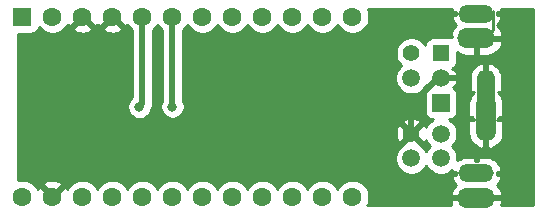
<source format=gbr>
G04 #@! TF.GenerationSoftware,KiCad,Pcbnew,(5.1.0-0)*
G04 #@! TF.CreationDate,2019-03-25T02:14:44+01:00*
G04 #@! TF.ProjectId,adapter,61646170-7465-4722-9e6b-696361645f70,rev?*
G04 #@! TF.SameCoordinates,Original*
G04 #@! TF.FileFunction,Copper,L2,Bot*
G04 #@! TF.FilePolarity,Positive*
%FSLAX46Y46*%
G04 Gerber Fmt 4.6, Leading zero omitted, Abs format (unit mm)*
G04 Created by KiCad (PCBNEW (5.1.0-0)) date 2019-03-25 02:14:44*
%MOMM*%
%LPD*%
G04 APERTURE LIST*
%ADD10C,1.508000*%
%ADD11R,1.508000X1.508000*%
%ADD12O,3.200000X1.700000*%
%ADD13O,1.700000X4.000000*%
%ADD14C,1.408000*%
%ADD15O,1.500000X4.000000*%
%ADD16R,1.408000X1.408000*%
%ADD17O,3.000000X1.500000*%
%ADD18C,1.600000*%
%ADD19R,1.600000X1.600000*%
%ADD20C,0.800000*%
%ADD21C,0.500000*%
%ADD22C,0.250000*%
%ADD23C,0.254000*%
G04 APERTURE END LIST*
D10*
X81030000Y-49700000D03*
X78530000Y-51800000D03*
X81030000Y-51800000D03*
X81030000Y-45000000D03*
X78530000Y-45000000D03*
D11*
X81030000Y-47100000D03*
D12*
X84030000Y-55150000D03*
D13*
X84830000Y-48400000D03*
D12*
X84030000Y-41650000D03*
D14*
X78530000Y-49700000D03*
D15*
X84830000Y-46300000D03*
D14*
X78530000Y-42900000D03*
X81030000Y-49700000D03*
D16*
X81030000Y-42900000D03*
D17*
X84030000Y-53050000D03*
X84030000Y-39550000D03*
D18*
X45596000Y-55042000D03*
X48136000Y-55042000D03*
X50676000Y-55042000D03*
X53216000Y-55042000D03*
X55756000Y-55042000D03*
X58296000Y-55042000D03*
X60836000Y-55042000D03*
X63376000Y-55042000D03*
X65916000Y-55042000D03*
X68456000Y-55042000D03*
X70996000Y-55042000D03*
X73536000Y-55042000D03*
X73536000Y-39802000D03*
X70996000Y-39802000D03*
X68456000Y-39802000D03*
X65916000Y-39802000D03*
X63376000Y-39802000D03*
X60836000Y-39802000D03*
X58296000Y-39802000D03*
X55756000Y-39802000D03*
X53216000Y-39802000D03*
X50676000Y-39802000D03*
X48136000Y-39802000D03*
D19*
X45596000Y-39802000D03*
D20*
X58296000Y-47421800D03*
X55500000Y-47450000D03*
D21*
X78530000Y-48704394D02*
X78530000Y-49700000D01*
X78530000Y-47281998D02*
X78530000Y-48704394D01*
X80811998Y-45000000D02*
X78530000Y-47281998D01*
X81030000Y-45000000D02*
X80811998Y-45000000D01*
X81030000Y-45000000D02*
X83000000Y-45000000D01*
D22*
X85455060Y-40034644D02*
X85455060Y-39334644D01*
X84780000Y-41650000D02*
X85455060Y-40974940D01*
X85455060Y-40974940D02*
X85455060Y-40034644D01*
X84030000Y-41650000D02*
X84780000Y-41650000D01*
D21*
X58296000Y-39802000D02*
X58296000Y-47421800D01*
X55756000Y-47194000D02*
X55500000Y-47450000D01*
X55756000Y-39802000D02*
X55756000Y-47194000D01*
X55750000Y-55036000D02*
X55756000Y-55042000D01*
X58296000Y-55042000D02*
X58296000Y-54996000D01*
D23*
G36*
X81937682Y-39208815D02*
G01*
X82060344Y-39423000D01*
X82294950Y-39423000D01*
X82294950Y-39677000D01*
X82060344Y-39677000D01*
X81937682Y-39891185D01*
X81951827Y-39962684D01*
X82057858Y-40213868D01*
X82210855Y-40439540D01*
X82303293Y-40530742D01*
X82140143Y-40689748D01*
X81974709Y-40930574D01*
X81859437Y-41199047D01*
X81838524Y-41293110D01*
X81959844Y-41522998D01*
X81795000Y-41522998D01*
X81795000Y-41563936D01*
X81734000Y-41557928D01*
X80326000Y-41557928D01*
X80201518Y-41570188D01*
X80081820Y-41606498D01*
X79971506Y-41665463D01*
X79874815Y-41744815D01*
X79795463Y-41841506D01*
X79736498Y-41951820D01*
X79700188Y-42071518D01*
X79687928Y-42196000D01*
X79687928Y-42222825D01*
X79570069Y-42046437D01*
X79383563Y-41859931D01*
X79164254Y-41713393D01*
X78920572Y-41612457D01*
X78661880Y-41561000D01*
X78398120Y-41561000D01*
X78139428Y-41612457D01*
X77895746Y-41713393D01*
X77676437Y-41859931D01*
X77489931Y-42046437D01*
X77343393Y-42265746D01*
X77242457Y-42509428D01*
X77191000Y-42768120D01*
X77191000Y-43031880D01*
X77242457Y-43290572D01*
X77343393Y-43534254D01*
X77489931Y-43753563D01*
X77652295Y-43915927D01*
X77644564Y-43921093D01*
X77451093Y-44114564D01*
X77299084Y-44342062D01*
X77194378Y-44594844D01*
X77141000Y-44863195D01*
X77141000Y-45136805D01*
X77194378Y-45405156D01*
X77299084Y-45657938D01*
X77451093Y-45885436D01*
X77644564Y-46078907D01*
X77872062Y-46230916D01*
X78124844Y-46335622D01*
X78393195Y-46389000D01*
X78666805Y-46389000D01*
X78935156Y-46335622D01*
X79187938Y-46230916D01*
X79415436Y-46078907D01*
X79608907Y-45885436D01*
X79760916Y-45657938D01*
X79778322Y-45615916D01*
X79830873Y-45714235D01*
X80015564Y-45765187D01*
X79921506Y-45815463D01*
X79824815Y-45894815D01*
X79745463Y-45991506D01*
X79686498Y-46101820D01*
X79650188Y-46221518D01*
X79637928Y-46346000D01*
X79637928Y-47854000D01*
X79650188Y-47978482D01*
X79686498Y-48098180D01*
X79745463Y-48208494D01*
X79824815Y-48305185D01*
X79921506Y-48384537D01*
X80031820Y-48443502D01*
X80151518Y-48479812D01*
X80276000Y-48492072D01*
X80337658Y-48492072D01*
X80144564Y-48621093D01*
X79951093Y-48814564D01*
X79799084Y-49042062D01*
X79754535Y-49149613D01*
X79742724Y-49117236D01*
X79688305Y-49015423D01*
X79454128Y-48955477D01*
X78709605Y-49700000D01*
X79454128Y-50444523D01*
X79688305Y-50384577D01*
X79752758Y-50246097D01*
X79799084Y-50357938D01*
X79951093Y-50585436D01*
X80115657Y-50750000D01*
X79951093Y-50914564D01*
X79799084Y-51142062D01*
X79780000Y-51188135D01*
X79760916Y-51142062D01*
X79608907Y-50914564D01*
X79415436Y-50721093D01*
X79273909Y-50626528D01*
X79274523Y-50624128D01*
X78530000Y-49879605D01*
X77785477Y-50624128D01*
X77786091Y-50626528D01*
X77644564Y-50721093D01*
X77451093Y-50914564D01*
X77299084Y-51142062D01*
X77194378Y-51394844D01*
X77141000Y-51663195D01*
X77141000Y-51936805D01*
X77194378Y-52205156D01*
X77299084Y-52457938D01*
X77451093Y-52685436D01*
X77644564Y-52878907D01*
X77872062Y-53030916D01*
X78124844Y-53135622D01*
X78393195Y-53189000D01*
X78666805Y-53189000D01*
X78935156Y-53135622D01*
X79187938Y-53030916D01*
X79415436Y-52878907D01*
X79608907Y-52685436D01*
X79760916Y-52457938D01*
X79780000Y-52411865D01*
X79799084Y-52457938D01*
X79951093Y-52685436D01*
X80144564Y-52878907D01*
X80372062Y-53030916D01*
X80624844Y-53135622D01*
X80893195Y-53189000D01*
X81166805Y-53189000D01*
X81435156Y-53135622D01*
X81687938Y-53030916D01*
X81915436Y-52878907D01*
X81991520Y-52802823D01*
X82060344Y-52923000D01*
X82294950Y-52923000D01*
X82294950Y-53177000D01*
X82060344Y-53177000D01*
X81937682Y-53391185D01*
X81951827Y-53462684D01*
X82057858Y-53713868D01*
X82210855Y-53939540D01*
X82303293Y-54030742D01*
X82140143Y-54189748D01*
X81974709Y-54430574D01*
X81859437Y-54699047D01*
X81838524Y-54793110D01*
X81959845Y-55023000D01*
X83903000Y-55023000D01*
X83903000Y-55003000D01*
X84157000Y-55003000D01*
X84157000Y-55023000D01*
X86100155Y-55023000D01*
X86221476Y-54793110D01*
X86200563Y-54699047D01*
X86085291Y-54430574D01*
X85919857Y-54189748D01*
X85756707Y-54030742D01*
X85849145Y-53939540D01*
X86002142Y-53713868D01*
X86108173Y-53462684D01*
X86122318Y-53391185D01*
X85999656Y-53177000D01*
X85765050Y-53177000D01*
X85765050Y-52923000D01*
X85999656Y-52923000D01*
X86122318Y-52708815D01*
X86108173Y-52637316D01*
X86002142Y-52386132D01*
X85849145Y-52160460D01*
X85655061Y-51968972D01*
X85427349Y-51819028D01*
X85174760Y-51716389D01*
X84907000Y-51665000D01*
X84157000Y-51665000D01*
X84157000Y-52064950D01*
X83903000Y-52064950D01*
X83903000Y-51665000D01*
X83153000Y-51665000D01*
X82885240Y-51716389D01*
X82632651Y-51819028D01*
X82413757Y-51963166D01*
X82419000Y-51936805D01*
X82419000Y-51663195D01*
X82365622Y-51394844D01*
X82260916Y-51142062D01*
X82108907Y-50914564D01*
X81944343Y-50750000D01*
X82108907Y-50585436D01*
X82260916Y-50357938D01*
X82365622Y-50105156D01*
X82419000Y-49836805D01*
X82419000Y-49563195D01*
X82365622Y-49294844D01*
X82260916Y-49042062D01*
X82108907Y-48814564D01*
X81915436Y-48621093D01*
X81722342Y-48492072D01*
X81784000Y-48492072D01*
X81908482Y-48479812D01*
X82028180Y-48443502D01*
X82138494Y-48384537D01*
X82235185Y-48305185D01*
X82314537Y-48208494D01*
X82373502Y-48098180D01*
X82409812Y-47978482D01*
X82422072Y-47854000D01*
X82422072Y-47123000D01*
X83345000Y-47123000D01*
X83345000Y-48273000D01*
X83648843Y-48273000D01*
X83748972Y-48425061D01*
X83849547Y-48527000D01*
X83345000Y-48527000D01*
X83345000Y-49677000D01*
X83398310Y-49964269D01*
X83506639Y-50235618D01*
X83665824Y-50480619D01*
X83869748Y-50689857D01*
X84110574Y-50855291D01*
X84379047Y-50970563D01*
X84473110Y-50991476D01*
X84703000Y-50870155D01*
X84703000Y-48253000D01*
X84957000Y-48253000D01*
X84957000Y-50870155D01*
X85186890Y-50991476D01*
X85280953Y-50970563D01*
X85549426Y-50855291D01*
X85790252Y-50689857D01*
X85994176Y-50480619D01*
X86153361Y-50235618D01*
X86261690Y-49964269D01*
X86315000Y-49677000D01*
X86315000Y-48527000D01*
X85810453Y-48527000D01*
X85911028Y-48425061D01*
X86011157Y-48273000D01*
X86315000Y-48273000D01*
X86315000Y-47123000D01*
X86261690Y-46835731D01*
X86215000Y-46718779D01*
X86215000Y-46427000D01*
X86064100Y-46427000D01*
X85994176Y-46319381D01*
X85851513Y-46173000D01*
X86215000Y-46173000D01*
X86215000Y-44923000D01*
X86163611Y-44655240D01*
X86060972Y-44402651D01*
X85911028Y-44174939D01*
X85719540Y-43980855D01*
X85493868Y-43827858D01*
X85242684Y-43721827D01*
X85171185Y-43707682D01*
X84957000Y-43830344D01*
X84957000Y-44564950D01*
X84703000Y-44564950D01*
X84703000Y-43830344D01*
X84488815Y-43707682D01*
X84417316Y-43721827D01*
X84166132Y-43827858D01*
X83940460Y-43980855D01*
X83748972Y-44174939D01*
X83599028Y-44402651D01*
X83496389Y-44655240D01*
X83445000Y-44923000D01*
X83445000Y-46173000D01*
X83808487Y-46173000D01*
X83665824Y-46319381D01*
X83595900Y-46427000D01*
X83445000Y-46427000D01*
X83445000Y-46718779D01*
X83398310Y-46835731D01*
X83345000Y-47123000D01*
X82422072Y-47123000D01*
X82422072Y-46346000D01*
X82409812Y-46221518D01*
X82373502Y-46101820D01*
X82314537Y-45991506D01*
X82235185Y-45894815D01*
X82138494Y-45815463D01*
X82044436Y-45765187D01*
X82229127Y-45714235D01*
X82345426Y-45466574D01*
X82411174Y-45200982D01*
X82423845Y-44927666D01*
X82382951Y-44657130D01*
X82290063Y-44399771D01*
X82229127Y-44285765D01*
X81989853Y-44219755D01*
X82059657Y-44149951D01*
X82088494Y-44134537D01*
X82185185Y-44055185D01*
X82264537Y-43958494D01*
X82323502Y-43848180D01*
X82359812Y-43728482D01*
X82372072Y-43604000D01*
X82372072Y-42828919D01*
X82594382Y-42973361D01*
X82865731Y-43081690D01*
X83153000Y-43135000D01*
X83903000Y-43135000D01*
X83903000Y-41777000D01*
X84157000Y-41777000D01*
X84157000Y-43135000D01*
X84907000Y-43135000D01*
X85194269Y-43081690D01*
X85465618Y-42973361D01*
X85710619Y-42814176D01*
X85919857Y-42610252D01*
X86085291Y-42369426D01*
X86200563Y-42100953D01*
X86221476Y-42006890D01*
X86100155Y-41777000D01*
X84157000Y-41777000D01*
X83903000Y-41777000D01*
X83883000Y-41777000D01*
X83883000Y-41523000D01*
X83903000Y-41523000D01*
X83903000Y-41503000D01*
X84157000Y-41503000D01*
X84157000Y-41523000D01*
X86100155Y-41523000D01*
X86221476Y-41293110D01*
X86200563Y-41199047D01*
X86085291Y-40930574D01*
X85919857Y-40689748D01*
X85756707Y-40530742D01*
X85849145Y-40439540D01*
X86002142Y-40213868D01*
X86108173Y-39962684D01*
X86122318Y-39891185D01*
X85999656Y-39677000D01*
X85765050Y-39677000D01*
X85765050Y-39423000D01*
X85999656Y-39423000D01*
X86122318Y-39208815D01*
X86108902Y-39141000D01*
X88840000Y-39141000D01*
X88840001Y-55728000D01*
X86146014Y-55728000D01*
X86200563Y-55600953D01*
X86221476Y-55506890D01*
X86100155Y-55277000D01*
X84157000Y-55277000D01*
X84157000Y-55297000D01*
X83903000Y-55297000D01*
X83903000Y-55277000D01*
X81959845Y-55277000D01*
X81838524Y-55506890D01*
X81859437Y-55600953D01*
X81913986Y-55728000D01*
X74803489Y-55728000D01*
X74807680Y-55721727D01*
X74915853Y-55460574D01*
X74971000Y-55183335D01*
X74971000Y-54900665D01*
X74915853Y-54623426D01*
X74807680Y-54362273D01*
X74650637Y-54127241D01*
X74450759Y-53927363D01*
X74215727Y-53770320D01*
X73954574Y-53662147D01*
X73677335Y-53607000D01*
X73394665Y-53607000D01*
X73117426Y-53662147D01*
X72856273Y-53770320D01*
X72621241Y-53927363D01*
X72421363Y-54127241D01*
X72266000Y-54359759D01*
X72110637Y-54127241D01*
X71910759Y-53927363D01*
X71675727Y-53770320D01*
X71414574Y-53662147D01*
X71137335Y-53607000D01*
X70854665Y-53607000D01*
X70577426Y-53662147D01*
X70316273Y-53770320D01*
X70081241Y-53927363D01*
X69881363Y-54127241D01*
X69726000Y-54359759D01*
X69570637Y-54127241D01*
X69370759Y-53927363D01*
X69135727Y-53770320D01*
X68874574Y-53662147D01*
X68597335Y-53607000D01*
X68314665Y-53607000D01*
X68037426Y-53662147D01*
X67776273Y-53770320D01*
X67541241Y-53927363D01*
X67341363Y-54127241D01*
X67186000Y-54359759D01*
X67030637Y-54127241D01*
X66830759Y-53927363D01*
X66595727Y-53770320D01*
X66334574Y-53662147D01*
X66057335Y-53607000D01*
X65774665Y-53607000D01*
X65497426Y-53662147D01*
X65236273Y-53770320D01*
X65001241Y-53927363D01*
X64801363Y-54127241D01*
X64646000Y-54359759D01*
X64490637Y-54127241D01*
X64290759Y-53927363D01*
X64055727Y-53770320D01*
X63794574Y-53662147D01*
X63517335Y-53607000D01*
X63234665Y-53607000D01*
X62957426Y-53662147D01*
X62696273Y-53770320D01*
X62461241Y-53927363D01*
X62261363Y-54127241D01*
X62106000Y-54359759D01*
X61950637Y-54127241D01*
X61750759Y-53927363D01*
X61515727Y-53770320D01*
X61254574Y-53662147D01*
X60977335Y-53607000D01*
X60694665Y-53607000D01*
X60417426Y-53662147D01*
X60156273Y-53770320D01*
X59921241Y-53927363D01*
X59721363Y-54127241D01*
X59566000Y-54359759D01*
X59410637Y-54127241D01*
X59210759Y-53927363D01*
X58975727Y-53770320D01*
X58714574Y-53662147D01*
X58437335Y-53607000D01*
X58154665Y-53607000D01*
X57877426Y-53662147D01*
X57616273Y-53770320D01*
X57381241Y-53927363D01*
X57181363Y-54127241D01*
X57026000Y-54359759D01*
X56870637Y-54127241D01*
X56670759Y-53927363D01*
X56435727Y-53770320D01*
X56174574Y-53662147D01*
X55897335Y-53607000D01*
X55614665Y-53607000D01*
X55337426Y-53662147D01*
X55076273Y-53770320D01*
X54841241Y-53927363D01*
X54641363Y-54127241D01*
X54486000Y-54359759D01*
X54330637Y-54127241D01*
X54130759Y-53927363D01*
X53895727Y-53770320D01*
X53634574Y-53662147D01*
X53357335Y-53607000D01*
X53074665Y-53607000D01*
X52797426Y-53662147D01*
X52536273Y-53770320D01*
X52301241Y-53927363D01*
X52101363Y-54127241D01*
X51946000Y-54359759D01*
X51790637Y-54127241D01*
X51590759Y-53927363D01*
X51355727Y-53770320D01*
X51094574Y-53662147D01*
X50817335Y-53607000D01*
X50534665Y-53607000D01*
X50257426Y-53662147D01*
X49996273Y-53770320D01*
X49761241Y-53927363D01*
X49561363Y-54127241D01*
X49405085Y-54361128D01*
X49372671Y-54300486D01*
X49128702Y-54228903D01*
X48315605Y-55042000D01*
X48329748Y-55056143D01*
X48150143Y-55235748D01*
X48136000Y-55221605D01*
X48121858Y-55235748D01*
X47942253Y-55056143D01*
X47956395Y-55042000D01*
X47143298Y-54228903D01*
X46899329Y-54300486D01*
X46868806Y-54364992D01*
X46867680Y-54362273D01*
X46710637Y-54127241D01*
X46632694Y-54049298D01*
X47322903Y-54049298D01*
X48136000Y-54862395D01*
X48949097Y-54049298D01*
X48877514Y-53805329D01*
X48622004Y-53684429D01*
X48347816Y-53615700D01*
X48065488Y-53601783D01*
X47785870Y-53643213D01*
X47519708Y-53738397D01*
X47394486Y-53805329D01*
X47322903Y-54049298D01*
X46632694Y-54049298D01*
X46510759Y-53927363D01*
X46275727Y-53770320D01*
X46014574Y-53662147D01*
X45737335Y-53607000D01*
X45454665Y-53607000D01*
X45177426Y-53662147D01*
X45177000Y-53662323D01*
X45177000Y-49774314D01*
X77186575Y-49774314D01*
X77226886Y-50034976D01*
X77317276Y-50282764D01*
X77371695Y-50384577D01*
X77605872Y-50444523D01*
X78350395Y-49700000D01*
X77605872Y-48955477D01*
X77371695Y-49015423D01*
X77260398Y-49254551D01*
X77197891Y-49510797D01*
X77186575Y-49774314D01*
X45177000Y-49774314D01*
X45177000Y-48775872D01*
X77785477Y-48775872D01*
X78530000Y-49520395D01*
X79274523Y-48775872D01*
X79214577Y-48541695D01*
X78975449Y-48430398D01*
X78719203Y-48367891D01*
X78455686Y-48356575D01*
X78195024Y-48396886D01*
X77947236Y-48487276D01*
X77845423Y-48541695D01*
X77785477Y-48775872D01*
X45177000Y-48775872D01*
X45177000Y-41240072D01*
X46396000Y-41240072D01*
X46520482Y-41227812D01*
X46640180Y-41191502D01*
X46750494Y-41132537D01*
X46847185Y-41053185D01*
X46926537Y-40956494D01*
X46985502Y-40846180D01*
X47021812Y-40726482D01*
X47022643Y-40718039D01*
X47221241Y-40916637D01*
X47456273Y-41073680D01*
X47717426Y-41181853D01*
X47994665Y-41237000D01*
X48277335Y-41237000D01*
X48554574Y-41181853D01*
X48815727Y-41073680D01*
X49050759Y-40916637D01*
X49172694Y-40794702D01*
X49862903Y-40794702D01*
X49934486Y-41038671D01*
X50189996Y-41159571D01*
X50464184Y-41228300D01*
X50746512Y-41242217D01*
X51026130Y-41200787D01*
X51292292Y-41105603D01*
X51417514Y-41038671D01*
X51489097Y-40794702D01*
X52402903Y-40794702D01*
X52474486Y-41038671D01*
X52729996Y-41159571D01*
X53004184Y-41228300D01*
X53286512Y-41242217D01*
X53566130Y-41200787D01*
X53832292Y-41105603D01*
X53957514Y-41038671D01*
X54029097Y-40794702D01*
X53216000Y-39981605D01*
X52402903Y-40794702D01*
X51489097Y-40794702D01*
X50676000Y-39981605D01*
X49862903Y-40794702D01*
X49172694Y-40794702D01*
X49250637Y-40716759D01*
X49406915Y-40482872D01*
X49439329Y-40543514D01*
X49683298Y-40615097D01*
X50496395Y-39802000D01*
X50482253Y-39787858D01*
X50661858Y-39608253D01*
X50676000Y-39622395D01*
X50690143Y-39608253D01*
X50869748Y-39787858D01*
X50855605Y-39802000D01*
X51668702Y-40615097D01*
X51912671Y-40543514D01*
X51943971Y-40477364D01*
X51979329Y-40543514D01*
X52223298Y-40615097D01*
X53036395Y-39802000D01*
X53022253Y-39787858D01*
X53201858Y-39608253D01*
X53216000Y-39622395D01*
X53230143Y-39608253D01*
X53409748Y-39787858D01*
X53395605Y-39802000D01*
X54208702Y-40615097D01*
X54452671Y-40543514D01*
X54483194Y-40479008D01*
X54484320Y-40481727D01*
X54641363Y-40716759D01*
X54841241Y-40916637D01*
X54871000Y-40936521D01*
X54871001Y-46625500D01*
X54840226Y-46646063D01*
X54696063Y-46790226D01*
X54582795Y-46959744D01*
X54504774Y-47148102D01*
X54465000Y-47348061D01*
X54465000Y-47551939D01*
X54504774Y-47751898D01*
X54582795Y-47940256D01*
X54696063Y-48109774D01*
X54840226Y-48253937D01*
X55009744Y-48367205D01*
X55198102Y-48445226D01*
X55398061Y-48485000D01*
X55601939Y-48485000D01*
X55801898Y-48445226D01*
X55990256Y-48367205D01*
X56159774Y-48253937D01*
X56303937Y-48109774D01*
X56417205Y-47940256D01*
X56495226Y-47751898D01*
X56515341Y-47650772D01*
X56577589Y-47534313D01*
X56628195Y-47367490D01*
X56641000Y-47237477D01*
X56641000Y-47237469D01*
X56645281Y-47194000D01*
X56641000Y-47150531D01*
X56641000Y-40936521D01*
X56670759Y-40916637D01*
X56870637Y-40716759D01*
X57026000Y-40484241D01*
X57181363Y-40716759D01*
X57381241Y-40916637D01*
X57411000Y-40936521D01*
X57411001Y-46883344D01*
X57378795Y-46931544D01*
X57300774Y-47119902D01*
X57261000Y-47319861D01*
X57261000Y-47523739D01*
X57300774Y-47723698D01*
X57378795Y-47912056D01*
X57492063Y-48081574D01*
X57636226Y-48225737D01*
X57805744Y-48339005D01*
X57994102Y-48417026D01*
X58194061Y-48456800D01*
X58397939Y-48456800D01*
X58597898Y-48417026D01*
X58786256Y-48339005D01*
X58955774Y-48225737D01*
X59099937Y-48081574D01*
X59213205Y-47912056D01*
X59291226Y-47723698D01*
X59331000Y-47523739D01*
X59331000Y-47319861D01*
X59291226Y-47119902D01*
X59213205Y-46931544D01*
X59181000Y-46883346D01*
X59181000Y-40936521D01*
X59210759Y-40916637D01*
X59410637Y-40716759D01*
X59566000Y-40484241D01*
X59721363Y-40716759D01*
X59921241Y-40916637D01*
X60156273Y-41073680D01*
X60417426Y-41181853D01*
X60694665Y-41237000D01*
X60977335Y-41237000D01*
X61254574Y-41181853D01*
X61515727Y-41073680D01*
X61750759Y-40916637D01*
X61950637Y-40716759D01*
X62106000Y-40484241D01*
X62261363Y-40716759D01*
X62461241Y-40916637D01*
X62696273Y-41073680D01*
X62957426Y-41181853D01*
X63234665Y-41237000D01*
X63517335Y-41237000D01*
X63794574Y-41181853D01*
X64055727Y-41073680D01*
X64290759Y-40916637D01*
X64490637Y-40716759D01*
X64646000Y-40484241D01*
X64801363Y-40716759D01*
X65001241Y-40916637D01*
X65236273Y-41073680D01*
X65497426Y-41181853D01*
X65774665Y-41237000D01*
X66057335Y-41237000D01*
X66334574Y-41181853D01*
X66595727Y-41073680D01*
X66830759Y-40916637D01*
X67030637Y-40716759D01*
X67186000Y-40484241D01*
X67341363Y-40716759D01*
X67541241Y-40916637D01*
X67776273Y-41073680D01*
X68037426Y-41181853D01*
X68314665Y-41237000D01*
X68597335Y-41237000D01*
X68874574Y-41181853D01*
X69135727Y-41073680D01*
X69370759Y-40916637D01*
X69570637Y-40716759D01*
X69726000Y-40484241D01*
X69881363Y-40716759D01*
X70081241Y-40916637D01*
X70316273Y-41073680D01*
X70577426Y-41181853D01*
X70854665Y-41237000D01*
X71137335Y-41237000D01*
X71414574Y-41181853D01*
X71675727Y-41073680D01*
X71910759Y-40916637D01*
X72110637Y-40716759D01*
X72266000Y-40484241D01*
X72421363Y-40716759D01*
X72621241Y-40916637D01*
X72856273Y-41073680D01*
X73117426Y-41181853D01*
X73394665Y-41237000D01*
X73677335Y-41237000D01*
X73954574Y-41181853D01*
X74215727Y-41073680D01*
X74450759Y-40916637D01*
X74650637Y-40716759D01*
X74807680Y-40481727D01*
X74915853Y-40220574D01*
X74971000Y-39943335D01*
X74971000Y-39660665D01*
X74915853Y-39383426D01*
X74815437Y-39141000D01*
X81951098Y-39141000D01*
X81937682Y-39208815D01*
X81937682Y-39208815D01*
G37*
X81937682Y-39208815D02*
X82060344Y-39423000D01*
X82294950Y-39423000D01*
X82294950Y-39677000D01*
X82060344Y-39677000D01*
X81937682Y-39891185D01*
X81951827Y-39962684D01*
X82057858Y-40213868D01*
X82210855Y-40439540D01*
X82303293Y-40530742D01*
X82140143Y-40689748D01*
X81974709Y-40930574D01*
X81859437Y-41199047D01*
X81838524Y-41293110D01*
X81959844Y-41522998D01*
X81795000Y-41522998D01*
X81795000Y-41563936D01*
X81734000Y-41557928D01*
X80326000Y-41557928D01*
X80201518Y-41570188D01*
X80081820Y-41606498D01*
X79971506Y-41665463D01*
X79874815Y-41744815D01*
X79795463Y-41841506D01*
X79736498Y-41951820D01*
X79700188Y-42071518D01*
X79687928Y-42196000D01*
X79687928Y-42222825D01*
X79570069Y-42046437D01*
X79383563Y-41859931D01*
X79164254Y-41713393D01*
X78920572Y-41612457D01*
X78661880Y-41561000D01*
X78398120Y-41561000D01*
X78139428Y-41612457D01*
X77895746Y-41713393D01*
X77676437Y-41859931D01*
X77489931Y-42046437D01*
X77343393Y-42265746D01*
X77242457Y-42509428D01*
X77191000Y-42768120D01*
X77191000Y-43031880D01*
X77242457Y-43290572D01*
X77343393Y-43534254D01*
X77489931Y-43753563D01*
X77652295Y-43915927D01*
X77644564Y-43921093D01*
X77451093Y-44114564D01*
X77299084Y-44342062D01*
X77194378Y-44594844D01*
X77141000Y-44863195D01*
X77141000Y-45136805D01*
X77194378Y-45405156D01*
X77299084Y-45657938D01*
X77451093Y-45885436D01*
X77644564Y-46078907D01*
X77872062Y-46230916D01*
X78124844Y-46335622D01*
X78393195Y-46389000D01*
X78666805Y-46389000D01*
X78935156Y-46335622D01*
X79187938Y-46230916D01*
X79415436Y-46078907D01*
X79608907Y-45885436D01*
X79760916Y-45657938D01*
X79778322Y-45615916D01*
X79830873Y-45714235D01*
X80015564Y-45765187D01*
X79921506Y-45815463D01*
X79824815Y-45894815D01*
X79745463Y-45991506D01*
X79686498Y-46101820D01*
X79650188Y-46221518D01*
X79637928Y-46346000D01*
X79637928Y-47854000D01*
X79650188Y-47978482D01*
X79686498Y-48098180D01*
X79745463Y-48208494D01*
X79824815Y-48305185D01*
X79921506Y-48384537D01*
X80031820Y-48443502D01*
X80151518Y-48479812D01*
X80276000Y-48492072D01*
X80337658Y-48492072D01*
X80144564Y-48621093D01*
X79951093Y-48814564D01*
X79799084Y-49042062D01*
X79754535Y-49149613D01*
X79742724Y-49117236D01*
X79688305Y-49015423D01*
X79454128Y-48955477D01*
X78709605Y-49700000D01*
X79454128Y-50444523D01*
X79688305Y-50384577D01*
X79752758Y-50246097D01*
X79799084Y-50357938D01*
X79951093Y-50585436D01*
X80115657Y-50750000D01*
X79951093Y-50914564D01*
X79799084Y-51142062D01*
X79780000Y-51188135D01*
X79760916Y-51142062D01*
X79608907Y-50914564D01*
X79415436Y-50721093D01*
X79273909Y-50626528D01*
X79274523Y-50624128D01*
X78530000Y-49879605D01*
X77785477Y-50624128D01*
X77786091Y-50626528D01*
X77644564Y-50721093D01*
X77451093Y-50914564D01*
X77299084Y-51142062D01*
X77194378Y-51394844D01*
X77141000Y-51663195D01*
X77141000Y-51936805D01*
X77194378Y-52205156D01*
X77299084Y-52457938D01*
X77451093Y-52685436D01*
X77644564Y-52878907D01*
X77872062Y-53030916D01*
X78124844Y-53135622D01*
X78393195Y-53189000D01*
X78666805Y-53189000D01*
X78935156Y-53135622D01*
X79187938Y-53030916D01*
X79415436Y-52878907D01*
X79608907Y-52685436D01*
X79760916Y-52457938D01*
X79780000Y-52411865D01*
X79799084Y-52457938D01*
X79951093Y-52685436D01*
X80144564Y-52878907D01*
X80372062Y-53030916D01*
X80624844Y-53135622D01*
X80893195Y-53189000D01*
X81166805Y-53189000D01*
X81435156Y-53135622D01*
X81687938Y-53030916D01*
X81915436Y-52878907D01*
X81991520Y-52802823D01*
X82060344Y-52923000D01*
X82294950Y-52923000D01*
X82294950Y-53177000D01*
X82060344Y-53177000D01*
X81937682Y-53391185D01*
X81951827Y-53462684D01*
X82057858Y-53713868D01*
X82210855Y-53939540D01*
X82303293Y-54030742D01*
X82140143Y-54189748D01*
X81974709Y-54430574D01*
X81859437Y-54699047D01*
X81838524Y-54793110D01*
X81959845Y-55023000D01*
X83903000Y-55023000D01*
X83903000Y-55003000D01*
X84157000Y-55003000D01*
X84157000Y-55023000D01*
X86100155Y-55023000D01*
X86221476Y-54793110D01*
X86200563Y-54699047D01*
X86085291Y-54430574D01*
X85919857Y-54189748D01*
X85756707Y-54030742D01*
X85849145Y-53939540D01*
X86002142Y-53713868D01*
X86108173Y-53462684D01*
X86122318Y-53391185D01*
X85999656Y-53177000D01*
X85765050Y-53177000D01*
X85765050Y-52923000D01*
X85999656Y-52923000D01*
X86122318Y-52708815D01*
X86108173Y-52637316D01*
X86002142Y-52386132D01*
X85849145Y-52160460D01*
X85655061Y-51968972D01*
X85427349Y-51819028D01*
X85174760Y-51716389D01*
X84907000Y-51665000D01*
X84157000Y-51665000D01*
X84157000Y-52064950D01*
X83903000Y-52064950D01*
X83903000Y-51665000D01*
X83153000Y-51665000D01*
X82885240Y-51716389D01*
X82632651Y-51819028D01*
X82413757Y-51963166D01*
X82419000Y-51936805D01*
X82419000Y-51663195D01*
X82365622Y-51394844D01*
X82260916Y-51142062D01*
X82108907Y-50914564D01*
X81944343Y-50750000D01*
X82108907Y-50585436D01*
X82260916Y-50357938D01*
X82365622Y-50105156D01*
X82419000Y-49836805D01*
X82419000Y-49563195D01*
X82365622Y-49294844D01*
X82260916Y-49042062D01*
X82108907Y-48814564D01*
X81915436Y-48621093D01*
X81722342Y-48492072D01*
X81784000Y-48492072D01*
X81908482Y-48479812D01*
X82028180Y-48443502D01*
X82138494Y-48384537D01*
X82235185Y-48305185D01*
X82314537Y-48208494D01*
X82373502Y-48098180D01*
X82409812Y-47978482D01*
X82422072Y-47854000D01*
X82422072Y-47123000D01*
X83345000Y-47123000D01*
X83345000Y-48273000D01*
X83648843Y-48273000D01*
X83748972Y-48425061D01*
X83849547Y-48527000D01*
X83345000Y-48527000D01*
X83345000Y-49677000D01*
X83398310Y-49964269D01*
X83506639Y-50235618D01*
X83665824Y-50480619D01*
X83869748Y-50689857D01*
X84110574Y-50855291D01*
X84379047Y-50970563D01*
X84473110Y-50991476D01*
X84703000Y-50870155D01*
X84703000Y-48253000D01*
X84957000Y-48253000D01*
X84957000Y-50870155D01*
X85186890Y-50991476D01*
X85280953Y-50970563D01*
X85549426Y-50855291D01*
X85790252Y-50689857D01*
X85994176Y-50480619D01*
X86153361Y-50235618D01*
X86261690Y-49964269D01*
X86315000Y-49677000D01*
X86315000Y-48527000D01*
X85810453Y-48527000D01*
X85911028Y-48425061D01*
X86011157Y-48273000D01*
X86315000Y-48273000D01*
X86315000Y-47123000D01*
X86261690Y-46835731D01*
X86215000Y-46718779D01*
X86215000Y-46427000D01*
X86064100Y-46427000D01*
X85994176Y-46319381D01*
X85851513Y-46173000D01*
X86215000Y-46173000D01*
X86215000Y-44923000D01*
X86163611Y-44655240D01*
X86060972Y-44402651D01*
X85911028Y-44174939D01*
X85719540Y-43980855D01*
X85493868Y-43827858D01*
X85242684Y-43721827D01*
X85171185Y-43707682D01*
X84957000Y-43830344D01*
X84957000Y-44564950D01*
X84703000Y-44564950D01*
X84703000Y-43830344D01*
X84488815Y-43707682D01*
X84417316Y-43721827D01*
X84166132Y-43827858D01*
X83940460Y-43980855D01*
X83748972Y-44174939D01*
X83599028Y-44402651D01*
X83496389Y-44655240D01*
X83445000Y-44923000D01*
X83445000Y-46173000D01*
X83808487Y-46173000D01*
X83665824Y-46319381D01*
X83595900Y-46427000D01*
X83445000Y-46427000D01*
X83445000Y-46718779D01*
X83398310Y-46835731D01*
X83345000Y-47123000D01*
X82422072Y-47123000D01*
X82422072Y-46346000D01*
X82409812Y-46221518D01*
X82373502Y-46101820D01*
X82314537Y-45991506D01*
X82235185Y-45894815D01*
X82138494Y-45815463D01*
X82044436Y-45765187D01*
X82229127Y-45714235D01*
X82345426Y-45466574D01*
X82411174Y-45200982D01*
X82423845Y-44927666D01*
X82382951Y-44657130D01*
X82290063Y-44399771D01*
X82229127Y-44285765D01*
X81989853Y-44219755D01*
X82059657Y-44149951D01*
X82088494Y-44134537D01*
X82185185Y-44055185D01*
X82264537Y-43958494D01*
X82323502Y-43848180D01*
X82359812Y-43728482D01*
X82372072Y-43604000D01*
X82372072Y-42828919D01*
X82594382Y-42973361D01*
X82865731Y-43081690D01*
X83153000Y-43135000D01*
X83903000Y-43135000D01*
X83903000Y-41777000D01*
X84157000Y-41777000D01*
X84157000Y-43135000D01*
X84907000Y-43135000D01*
X85194269Y-43081690D01*
X85465618Y-42973361D01*
X85710619Y-42814176D01*
X85919857Y-42610252D01*
X86085291Y-42369426D01*
X86200563Y-42100953D01*
X86221476Y-42006890D01*
X86100155Y-41777000D01*
X84157000Y-41777000D01*
X83903000Y-41777000D01*
X83883000Y-41777000D01*
X83883000Y-41523000D01*
X83903000Y-41523000D01*
X83903000Y-41503000D01*
X84157000Y-41503000D01*
X84157000Y-41523000D01*
X86100155Y-41523000D01*
X86221476Y-41293110D01*
X86200563Y-41199047D01*
X86085291Y-40930574D01*
X85919857Y-40689748D01*
X85756707Y-40530742D01*
X85849145Y-40439540D01*
X86002142Y-40213868D01*
X86108173Y-39962684D01*
X86122318Y-39891185D01*
X85999656Y-39677000D01*
X85765050Y-39677000D01*
X85765050Y-39423000D01*
X85999656Y-39423000D01*
X86122318Y-39208815D01*
X86108902Y-39141000D01*
X88840000Y-39141000D01*
X88840001Y-55728000D01*
X86146014Y-55728000D01*
X86200563Y-55600953D01*
X86221476Y-55506890D01*
X86100155Y-55277000D01*
X84157000Y-55277000D01*
X84157000Y-55297000D01*
X83903000Y-55297000D01*
X83903000Y-55277000D01*
X81959845Y-55277000D01*
X81838524Y-55506890D01*
X81859437Y-55600953D01*
X81913986Y-55728000D01*
X74803489Y-55728000D01*
X74807680Y-55721727D01*
X74915853Y-55460574D01*
X74971000Y-55183335D01*
X74971000Y-54900665D01*
X74915853Y-54623426D01*
X74807680Y-54362273D01*
X74650637Y-54127241D01*
X74450759Y-53927363D01*
X74215727Y-53770320D01*
X73954574Y-53662147D01*
X73677335Y-53607000D01*
X73394665Y-53607000D01*
X73117426Y-53662147D01*
X72856273Y-53770320D01*
X72621241Y-53927363D01*
X72421363Y-54127241D01*
X72266000Y-54359759D01*
X72110637Y-54127241D01*
X71910759Y-53927363D01*
X71675727Y-53770320D01*
X71414574Y-53662147D01*
X71137335Y-53607000D01*
X70854665Y-53607000D01*
X70577426Y-53662147D01*
X70316273Y-53770320D01*
X70081241Y-53927363D01*
X69881363Y-54127241D01*
X69726000Y-54359759D01*
X69570637Y-54127241D01*
X69370759Y-53927363D01*
X69135727Y-53770320D01*
X68874574Y-53662147D01*
X68597335Y-53607000D01*
X68314665Y-53607000D01*
X68037426Y-53662147D01*
X67776273Y-53770320D01*
X67541241Y-53927363D01*
X67341363Y-54127241D01*
X67186000Y-54359759D01*
X67030637Y-54127241D01*
X66830759Y-53927363D01*
X66595727Y-53770320D01*
X66334574Y-53662147D01*
X66057335Y-53607000D01*
X65774665Y-53607000D01*
X65497426Y-53662147D01*
X65236273Y-53770320D01*
X65001241Y-53927363D01*
X64801363Y-54127241D01*
X64646000Y-54359759D01*
X64490637Y-54127241D01*
X64290759Y-53927363D01*
X64055727Y-53770320D01*
X63794574Y-53662147D01*
X63517335Y-53607000D01*
X63234665Y-53607000D01*
X62957426Y-53662147D01*
X62696273Y-53770320D01*
X62461241Y-53927363D01*
X62261363Y-54127241D01*
X62106000Y-54359759D01*
X61950637Y-54127241D01*
X61750759Y-53927363D01*
X61515727Y-53770320D01*
X61254574Y-53662147D01*
X60977335Y-53607000D01*
X60694665Y-53607000D01*
X60417426Y-53662147D01*
X60156273Y-53770320D01*
X59921241Y-53927363D01*
X59721363Y-54127241D01*
X59566000Y-54359759D01*
X59410637Y-54127241D01*
X59210759Y-53927363D01*
X58975727Y-53770320D01*
X58714574Y-53662147D01*
X58437335Y-53607000D01*
X58154665Y-53607000D01*
X57877426Y-53662147D01*
X57616273Y-53770320D01*
X57381241Y-53927363D01*
X57181363Y-54127241D01*
X57026000Y-54359759D01*
X56870637Y-54127241D01*
X56670759Y-53927363D01*
X56435727Y-53770320D01*
X56174574Y-53662147D01*
X55897335Y-53607000D01*
X55614665Y-53607000D01*
X55337426Y-53662147D01*
X55076273Y-53770320D01*
X54841241Y-53927363D01*
X54641363Y-54127241D01*
X54486000Y-54359759D01*
X54330637Y-54127241D01*
X54130759Y-53927363D01*
X53895727Y-53770320D01*
X53634574Y-53662147D01*
X53357335Y-53607000D01*
X53074665Y-53607000D01*
X52797426Y-53662147D01*
X52536273Y-53770320D01*
X52301241Y-53927363D01*
X52101363Y-54127241D01*
X51946000Y-54359759D01*
X51790637Y-54127241D01*
X51590759Y-53927363D01*
X51355727Y-53770320D01*
X51094574Y-53662147D01*
X50817335Y-53607000D01*
X50534665Y-53607000D01*
X50257426Y-53662147D01*
X49996273Y-53770320D01*
X49761241Y-53927363D01*
X49561363Y-54127241D01*
X49405085Y-54361128D01*
X49372671Y-54300486D01*
X49128702Y-54228903D01*
X48315605Y-55042000D01*
X48329748Y-55056143D01*
X48150143Y-55235748D01*
X48136000Y-55221605D01*
X48121858Y-55235748D01*
X47942253Y-55056143D01*
X47956395Y-55042000D01*
X47143298Y-54228903D01*
X46899329Y-54300486D01*
X46868806Y-54364992D01*
X46867680Y-54362273D01*
X46710637Y-54127241D01*
X46632694Y-54049298D01*
X47322903Y-54049298D01*
X48136000Y-54862395D01*
X48949097Y-54049298D01*
X48877514Y-53805329D01*
X48622004Y-53684429D01*
X48347816Y-53615700D01*
X48065488Y-53601783D01*
X47785870Y-53643213D01*
X47519708Y-53738397D01*
X47394486Y-53805329D01*
X47322903Y-54049298D01*
X46632694Y-54049298D01*
X46510759Y-53927363D01*
X46275727Y-53770320D01*
X46014574Y-53662147D01*
X45737335Y-53607000D01*
X45454665Y-53607000D01*
X45177426Y-53662147D01*
X45177000Y-53662323D01*
X45177000Y-49774314D01*
X77186575Y-49774314D01*
X77226886Y-50034976D01*
X77317276Y-50282764D01*
X77371695Y-50384577D01*
X77605872Y-50444523D01*
X78350395Y-49700000D01*
X77605872Y-48955477D01*
X77371695Y-49015423D01*
X77260398Y-49254551D01*
X77197891Y-49510797D01*
X77186575Y-49774314D01*
X45177000Y-49774314D01*
X45177000Y-48775872D01*
X77785477Y-48775872D01*
X78530000Y-49520395D01*
X79274523Y-48775872D01*
X79214577Y-48541695D01*
X78975449Y-48430398D01*
X78719203Y-48367891D01*
X78455686Y-48356575D01*
X78195024Y-48396886D01*
X77947236Y-48487276D01*
X77845423Y-48541695D01*
X77785477Y-48775872D01*
X45177000Y-48775872D01*
X45177000Y-41240072D01*
X46396000Y-41240072D01*
X46520482Y-41227812D01*
X46640180Y-41191502D01*
X46750494Y-41132537D01*
X46847185Y-41053185D01*
X46926537Y-40956494D01*
X46985502Y-40846180D01*
X47021812Y-40726482D01*
X47022643Y-40718039D01*
X47221241Y-40916637D01*
X47456273Y-41073680D01*
X47717426Y-41181853D01*
X47994665Y-41237000D01*
X48277335Y-41237000D01*
X48554574Y-41181853D01*
X48815727Y-41073680D01*
X49050759Y-40916637D01*
X49172694Y-40794702D01*
X49862903Y-40794702D01*
X49934486Y-41038671D01*
X50189996Y-41159571D01*
X50464184Y-41228300D01*
X50746512Y-41242217D01*
X51026130Y-41200787D01*
X51292292Y-41105603D01*
X51417514Y-41038671D01*
X51489097Y-40794702D01*
X52402903Y-40794702D01*
X52474486Y-41038671D01*
X52729996Y-41159571D01*
X53004184Y-41228300D01*
X53286512Y-41242217D01*
X53566130Y-41200787D01*
X53832292Y-41105603D01*
X53957514Y-41038671D01*
X54029097Y-40794702D01*
X53216000Y-39981605D01*
X52402903Y-40794702D01*
X51489097Y-40794702D01*
X50676000Y-39981605D01*
X49862903Y-40794702D01*
X49172694Y-40794702D01*
X49250637Y-40716759D01*
X49406915Y-40482872D01*
X49439329Y-40543514D01*
X49683298Y-40615097D01*
X50496395Y-39802000D01*
X50482253Y-39787858D01*
X50661858Y-39608253D01*
X50676000Y-39622395D01*
X50690143Y-39608253D01*
X50869748Y-39787858D01*
X50855605Y-39802000D01*
X51668702Y-40615097D01*
X51912671Y-40543514D01*
X51943971Y-40477364D01*
X51979329Y-40543514D01*
X52223298Y-40615097D01*
X53036395Y-39802000D01*
X53022253Y-39787858D01*
X53201858Y-39608253D01*
X53216000Y-39622395D01*
X53230143Y-39608253D01*
X53409748Y-39787858D01*
X53395605Y-39802000D01*
X54208702Y-40615097D01*
X54452671Y-40543514D01*
X54483194Y-40479008D01*
X54484320Y-40481727D01*
X54641363Y-40716759D01*
X54841241Y-40916637D01*
X54871000Y-40936521D01*
X54871001Y-46625500D01*
X54840226Y-46646063D01*
X54696063Y-46790226D01*
X54582795Y-46959744D01*
X54504774Y-47148102D01*
X54465000Y-47348061D01*
X54465000Y-47551939D01*
X54504774Y-47751898D01*
X54582795Y-47940256D01*
X54696063Y-48109774D01*
X54840226Y-48253937D01*
X55009744Y-48367205D01*
X55198102Y-48445226D01*
X55398061Y-48485000D01*
X55601939Y-48485000D01*
X55801898Y-48445226D01*
X55990256Y-48367205D01*
X56159774Y-48253937D01*
X56303937Y-48109774D01*
X56417205Y-47940256D01*
X56495226Y-47751898D01*
X56515341Y-47650772D01*
X56577589Y-47534313D01*
X56628195Y-47367490D01*
X56641000Y-47237477D01*
X56641000Y-47237469D01*
X56645281Y-47194000D01*
X56641000Y-47150531D01*
X56641000Y-40936521D01*
X56670759Y-40916637D01*
X56870637Y-40716759D01*
X57026000Y-40484241D01*
X57181363Y-40716759D01*
X57381241Y-40916637D01*
X57411000Y-40936521D01*
X57411001Y-46883344D01*
X57378795Y-46931544D01*
X57300774Y-47119902D01*
X57261000Y-47319861D01*
X57261000Y-47523739D01*
X57300774Y-47723698D01*
X57378795Y-47912056D01*
X57492063Y-48081574D01*
X57636226Y-48225737D01*
X57805744Y-48339005D01*
X57994102Y-48417026D01*
X58194061Y-48456800D01*
X58397939Y-48456800D01*
X58597898Y-48417026D01*
X58786256Y-48339005D01*
X58955774Y-48225737D01*
X59099937Y-48081574D01*
X59213205Y-47912056D01*
X59291226Y-47723698D01*
X59331000Y-47523739D01*
X59331000Y-47319861D01*
X59291226Y-47119902D01*
X59213205Y-46931544D01*
X59181000Y-46883346D01*
X59181000Y-40936521D01*
X59210759Y-40916637D01*
X59410637Y-40716759D01*
X59566000Y-40484241D01*
X59721363Y-40716759D01*
X59921241Y-40916637D01*
X60156273Y-41073680D01*
X60417426Y-41181853D01*
X60694665Y-41237000D01*
X60977335Y-41237000D01*
X61254574Y-41181853D01*
X61515727Y-41073680D01*
X61750759Y-40916637D01*
X61950637Y-40716759D01*
X62106000Y-40484241D01*
X62261363Y-40716759D01*
X62461241Y-40916637D01*
X62696273Y-41073680D01*
X62957426Y-41181853D01*
X63234665Y-41237000D01*
X63517335Y-41237000D01*
X63794574Y-41181853D01*
X64055727Y-41073680D01*
X64290759Y-40916637D01*
X64490637Y-40716759D01*
X64646000Y-40484241D01*
X64801363Y-40716759D01*
X65001241Y-40916637D01*
X65236273Y-41073680D01*
X65497426Y-41181853D01*
X65774665Y-41237000D01*
X66057335Y-41237000D01*
X66334574Y-41181853D01*
X66595727Y-41073680D01*
X66830759Y-40916637D01*
X67030637Y-40716759D01*
X67186000Y-40484241D01*
X67341363Y-40716759D01*
X67541241Y-40916637D01*
X67776273Y-41073680D01*
X68037426Y-41181853D01*
X68314665Y-41237000D01*
X68597335Y-41237000D01*
X68874574Y-41181853D01*
X69135727Y-41073680D01*
X69370759Y-40916637D01*
X69570637Y-40716759D01*
X69726000Y-40484241D01*
X69881363Y-40716759D01*
X70081241Y-40916637D01*
X70316273Y-41073680D01*
X70577426Y-41181853D01*
X70854665Y-41237000D01*
X71137335Y-41237000D01*
X71414574Y-41181853D01*
X71675727Y-41073680D01*
X71910759Y-40916637D01*
X72110637Y-40716759D01*
X72266000Y-40484241D01*
X72421363Y-40716759D01*
X72621241Y-40916637D01*
X72856273Y-41073680D01*
X73117426Y-41181853D01*
X73394665Y-41237000D01*
X73677335Y-41237000D01*
X73954574Y-41181853D01*
X74215727Y-41073680D01*
X74450759Y-40916637D01*
X74650637Y-40716759D01*
X74807680Y-40481727D01*
X74915853Y-40220574D01*
X74971000Y-39943335D01*
X74971000Y-39660665D01*
X74915853Y-39383426D01*
X74815437Y-39141000D01*
X81951098Y-39141000D01*
X81937682Y-39208815D01*
G36*
X81223748Y-44985858D02*
G01*
X81209605Y-45000000D01*
X81223748Y-45014143D01*
X81044143Y-45193748D01*
X81030000Y-45179605D01*
X81015858Y-45193748D01*
X80836253Y-45014143D01*
X80850395Y-45000000D01*
X80836253Y-44985858D01*
X81015858Y-44806253D01*
X81030000Y-44820395D01*
X81044143Y-44806253D01*
X81223748Y-44985858D01*
X81223748Y-44985858D01*
G37*
X81223748Y-44985858D02*
X81209605Y-45000000D01*
X81223748Y-45014143D01*
X81044143Y-45193748D01*
X81030000Y-45179605D01*
X81015858Y-45193748D01*
X80836253Y-45014143D01*
X80850395Y-45000000D01*
X80836253Y-44985858D01*
X81015858Y-44806253D01*
X81030000Y-44820395D01*
X81044143Y-44806253D01*
X81223748Y-44985858D01*
M02*

</source>
